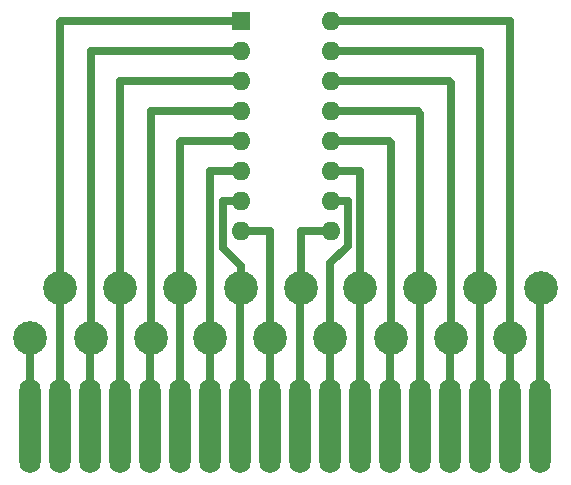
<source format=gbr>
G04 #@! TF.FileFunction,Copper,L1,Top,Signal*
%FSLAX46Y46*%
G04 Gerber Fmt 4.6, Leading zero omitted, Abs format (unit mm)*
G04 Created by KiCad (PCBNEW 4.0.7) date 04/02/18 18:29:08*
%MOMM*%
%LPD*%
G01*
G04 APERTURE LIST*
%ADD10C,0.100000*%
%ADD11R,1.600000X1.600000*%
%ADD12O,1.600000X1.600000*%
%ADD13O,1.800000X8.000000*%
%ADD14C,2.850000*%
%ADD15C,0.700000*%
G04 APERTURE END LIST*
D10*
D11*
X138740000Y-104140000D03*
D12*
X146360000Y-121920000D03*
X138740000Y-106680000D03*
X146360000Y-119380000D03*
X138740000Y-109220000D03*
X146360000Y-116840000D03*
X138740000Y-111760000D03*
X146360000Y-114300000D03*
X138740000Y-114300000D03*
X146360000Y-111760000D03*
X138740000Y-116840000D03*
X146360000Y-109220000D03*
X138740000Y-119380000D03*
X146360000Y-106680000D03*
X138740000Y-121920000D03*
X146360000Y-104140000D03*
D13*
X164100000Y-138430000D03*
X161560000Y-138430000D03*
X159020000Y-138430000D03*
X156480000Y-138430000D03*
X153940000Y-138430000D03*
X151400000Y-138430000D03*
X148860000Y-138430000D03*
X146320000Y-138430000D03*
X143780000Y-138430000D03*
X141240000Y-138430000D03*
X138700000Y-138430000D03*
X136160000Y-138430000D03*
X133620000Y-138430000D03*
X131080000Y-138430000D03*
X128540000Y-138430000D03*
X126000000Y-138430000D03*
X123460000Y-138430000D03*
X120920000Y-138430000D03*
D14*
X123440000Y-126740000D03*
X143840000Y-126740000D03*
X126040000Y-130940000D03*
X146340000Y-130940000D03*
X128540000Y-126740000D03*
X148840000Y-126740000D03*
X131140000Y-130940000D03*
X151440000Y-130940000D03*
X133640000Y-126740000D03*
X153940000Y-126740000D03*
X136140000Y-130940000D03*
X156540000Y-130940000D03*
X138740000Y-126740000D03*
X159040000Y-126740000D03*
X141240000Y-130940000D03*
X161540000Y-130940000D03*
X164140000Y-126740000D03*
X120940000Y-130940000D03*
D15*
X138740000Y-104140000D02*
X123540000Y-104140000D01*
X123440000Y-104240000D02*
X123440000Y-126740000D01*
X123540000Y-104140000D02*
X123440000Y-104240000D01*
X123460000Y-138430000D02*
X123460000Y-126760000D01*
X123460000Y-126760000D02*
X123440000Y-126740000D01*
X146360000Y-121920000D02*
X143860000Y-121920000D01*
X143840000Y-121940000D02*
X143840000Y-126740000D01*
X143860000Y-121920000D02*
X143840000Y-121940000D01*
X143780000Y-138430000D02*
X143780000Y-126800000D01*
X143780000Y-126800000D02*
X143840000Y-126740000D01*
X138740000Y-106680000D02*
X126080000Y-106680000D01*
X126040000Y-106720000D02*
X126040000Y-130940000D01*
X126080000Y-106680000D02*
X126040000Y-106720000D01*
X126000000Y-138430000D02*
X126000000Y-130980000D01*
X126000000Y-130980000D02*
X126040000Y-130940000D01*
X146360000Y-119380000D02*
X147800000Y-119380000D01*
X147800000Y-119380000D02*
X147800000Y-123180000D01*
X147800000Y-123180000D02*
X146340000Y-124640000D01*
X146340000Y-124640000D02*
X146340000Y-130940000D01*
X146320000Y-138430000D02*
X146320000Y-130960000D01*
X146320000Y-130960000D02*
X146340000Y-130940000D01*
X138740000Y-109220000D02*
X128560000Y-109220000D01*
X128540000Y-109240000D02*
X128540000Y-126740000D01*
X128560000Y-109220000D02*
X128540000Y-109240000D01*
X128540000Y-138430000D02*
X128540000Y-126740000D01*
X146360000Y-116840000D02*
X148840000Y-116840000D01*
X148840000Y-116840000D02*
X148840000Y-126740000D01*
X148860000Y-138430000D02*
X148860000Y-126760000D01*
X148860000Y-126760000D02*
X148840000Y-126740000D01*
X138740000Y-111760000D02*
X131160000Y-111760000D01*
X131140000Y-111780000D02*
X131140000Y-130940000D01*
X131160000Y-111760000D02*
X131140000Y-111780000D01*
X131080000Y-138430000D02*
X131080000Y-131000000D01*
X131080000Y-131000000D02*
X131140000Y-130940000D01*
X146360000Y-114300000D02*
X151280000Y-114300000D01*
X151440000Y-114460000D02*
X151440000Y-130940000D01*
X151280000Y-114300000D02*
X151440000Y-114460000D01*
X151400000Y-138430000D02*
X151400000Y-130980000D01*
X151400000Y-130980000D02*
X151440000Y-130940000D01*
X138740000Y-114300000D02*
X133680000Y-114300000D01*
X133640000Y-114340000D02*
X133640000Y-126740000D01*
X133680000Y-114300000D02*
X133640000Y-114340000D01*
X133620000Y-138430000D02*
X133620000Y-126760000D01*
X133620000Y-126760000D02*
X133640000Y-126740000D01*
X146360000Y-111760000D02*
X153720000Y-111760000D01*
X153940000Y-111980000D02*
X153940000Y-126740000D01*
X153720000Y-111760000D02*
X153940000Y-111980000D01*
X153940000Y-138430000D02*
X153940000Y-126740000D01*
X138740000Y-116840000D02*
X136140000Y-116840000D01*
X136140000Y-116840000D02*
X136140000Y-130940000D01*
X136160000Y-138430000D02*
X136160000Y-130960000D01*
X136160000Y-130960000D02*
X136140000Y-130940000D01*
X146360000Y-109220000D02*
X156420000Y-109220000D01*
X156540000Y-109340000D02*
X156540000Y-130940000D01*
X156420000Y-109220000D02*
X156540000Y-109340000D01*
X156480000Y-138430000D02*
X156480000Y-131000000D01*
X156480000Y-131000000D02*
X156540000Y-130940000D01*
X138740000Y-119380000D02*
X137280000Y-119380000D01*
X137280000Y-119380000D02*
X137280000Y-123380000D01*
X137280000Y-123380000D02*
X138740000Y-124840000D01*
X138740000Y-124840000D02*
X138740000Y-126740000D01*
X138700000Y-119380000D02*
X138740000Y-119380000D01*
X138700000Y-138430000D02*
X138700000Y-126780000D01*
X138700000Y-126780000D02*
X138740000Y-126740000D01*
X146360000Y-106680000D02*
X159000000Y-106680000D01*
X159040000Y-106720000D02*
X159040000Y-126740000D01*
X159000000Y-106680000D02*
X159040000Y-106720000D01*
X159020000Y-138430000D02*
X159020000Y-126760000D01*
X159020000Y-126760000D02*
X159040000Y-126740000D01*
X141240000Y-130940000D02*
X141240000Y-121940000D01*
X141220000Y-121920000D02*
X138740000Y-121920000D01*
X141240000Y-121940000D02*
X141220000Y-121920000D01*
X141240000Y-138430000D02*
X141240000Y-130940000D01*
X146360000Y-104140000D02*
X161540000Y-104140000D01*
X161540000Y-104140000D02*
X161540000Y-130940000D01*
X161560000Y-138430000D02*
X161560000Y-130960000D01*
X161560000Y-130960000D02*
X161540000Y-130940000D01*
X164100000Y-138430000D02*
X164100000Y-126780000D01*
X164100000Y-126780000D02*
X164140000Y-126740000D01*
X120920000Y-138430000D02*
X120920000Y-130960000D01*
X120920000Y-130960000D02*
X120940000Y-130940000D01*
M02*

</source>
